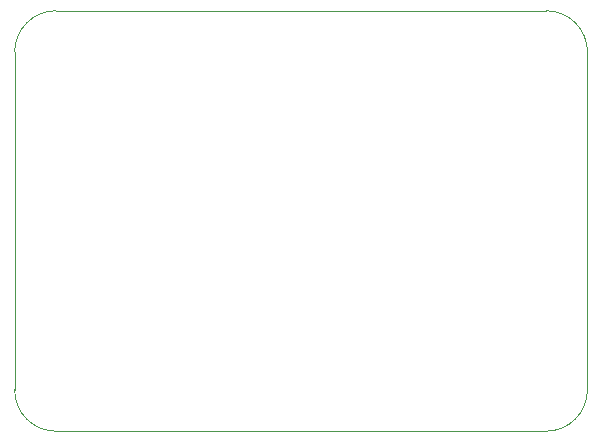
<source format=gbr>
%TF.GenerationSoftware,KiCad,Pcbnew,8.0.1*%
%TF.CreationDate,2024-04-15T06:40:04-04:00*%
%TF.ProjectId,xtal_tester,7874616c-5f74-4657-9374-65722e6b6963,rev?*%
%TF.SameCoordinates,PX6bc3e40PY51bada0*%
%TF.FileFunction,Profile,NP*%
%FSLAX46Y46*%
G04 Gerber Fmt 4.6, Leading zero omitted, Abs format (unit mm)*
G04 Created by KiCad (PCBNEW 8.0.1) date 2024-04-15 06:40:04*
%MOMM*%
%LPD*%
G01*
G04 APERTURE LIST*
%TA.AperFunction,Profile*%
%ADD10C,0.050000*%
%TD*%
G04 APERTURE END LIST*
D10*
X49500000Y-33100000D02*
X49500000Y-4500000D01*
X4500000Y-36600000D02*
G75*
G02*
X1000000Y-33100000I0J3500000D01*
G01*
X46000000Y-1000000D02*
G75*
G02*
X49500000Y-4500000I0J-3500000D01*
G01*
X1000000Y-4500000D02*
X1000000Y-33100000D01*
X4500000Y-1000000D02*
X46000000Y-1000000D01*
X1000000Y-4500000D02*
G75*
G02*
X4500000Y-1000000I3500000J0D01*
G01*
X4500000Y-36600000D02*
X46000000Y-36600000D01*
X49500000Y-33100000D02*
G75*
G02*
X46000000Y-36600000I-3500000J0D01*
G01*
M02*

</source>
